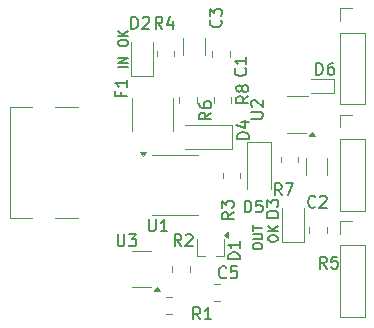
<source format=gbr>
%TF.GenerationSoftware,KiCad,Pcbnew,8.0.2*%
%TF.CreationDate,2024-05-15T22:33:18-04:00*%
%TF.ProjectId,USB-C-3-way-splitter,5553422d-432d-4332-9d77-61792d73706c,rev?*%
%TF.SameCoordinates,Original*%
%TF.FileFunction,Legend,Top*%
%TF.FilePolarity,Positive*%
%FSLAX46Y46*%
G04 Gerber Fmt 4.6, Leading zero omitted, Abs format (unit mm)*
G04 Created by KiCad (PCBNEW 8.0.2) date 2024-05-15 22:33:18*
%MOMM*%
%LPD*%
G01*
G04 APERTURE LIST*
%ADD10C,0.160000*%
%ADD11C,0.200000*%
%ADD12C,0.150000*%
%ADD13C,0.120000*%
G04 APERTURE END LIST*
D10*
X6993775Y8070739D02*
X6193775Y8070739D01*
X6993775Y8451691D02*
X6193775Y8451691D01*
X6193775Y8451691D02*
X6993775Y8908834D01*
X6993775Y8908834D02*
X6193775Y8908834D01*
X6193775Y10051691D02*
X6193775Y10204072D01*
X6193775Y10204072D02*
X6231870Y10280262D01*
X6231870Y10280262D02*
X6308060Y10356453D01*
X6308060Y10356453D02*
X6460441Y10394548D01*
X6460441Y10394548D02*
X6727108Y10394548D01*
X6727108Y10394548D02*
X6879489Y10356453D01*
X6879489Y10356453D02*
X6955680Y10280262D01*
X6955680Y10280262D02*
X6993775Y10204072D01*
X6993775Y10204072D02*
X6993775Y10051691D01*
X6993775Y10051691D02*
X6955680Y9975500D01*
X6955680Y9975500D02*
X6879489Y9899310D01*
X6879489Y9899310D02*
X6727108Y9861214D01*
X6727108Y9861214D02*
X6460441Y9861214D01*
X6460441Y9861214D02*
X6308060Y9899310D01*
X6308060Y9899310D02*
X6231870Y9975500D01*
X6231870Y9975500D02*
X6193775Y10051691D01*
X6993775Y10737405D02*
X6193775Y10737405D01*
X6993775Y11194548D02*
X6536632Y10851690D01*
X6193775Y11194548D02*
X6650918Y10737405D01*
D11*
X17603740Y-7149434D02*
X17603740Y-6997053D01*
X17603740Y-6997053D02*
X17641835Y-6920863D01*
X17641835Y-6920863D02*
X17718025Y-6844672D01*
X17718025Y-6844672D02*
X17870406Y-6806577D01*
X17870406Y-6806577D02*
X18137073Y-6806577D01*
X18137073Y-6806577D02*
X18289454Y-6844672D01*
X18289454Y-6844672D02*
X18365645Y-6920863D01*
X18365645Y-6920863D02*
X18403740Y-6997053D01*
X18403740Y-6997053D02*
X18403740Y-7149434D01*
X18403740Y-7149434D02*
X18365645Y-7225625D01*
X18365645Y-7225625D02*
X18289454Y-7301815D01*
X18289454Y-7301815D02*
X18137073Y-7339911D01*
X18137073Y-7339911D02*
X17870406Y-7339911D01*
X17870406Y-7339911D02*
X17718025Y-7301815D01*
X17718025Y-7301815D02*
X17641835Y-7225625D01*
X17641835Y-7225625D02*
X17603740Y-7149434D01*
X17603740Y-6463720D02*
X18251359Y-6463720D01*
X18251359Y-6463720D02*
X18327549Y-6425625D01*
X18327549Y-6425625D02*
X18365645Y-6387530D01*
X18365645Y-6387530D02*
X18403740Y-6311339D01*
X18403740Y-6311339D02*
X18403740Y-6158958D01*
X18403740Y-6158958D02*
X18365645Y-6082768D01*
X18365645Y-6082768D02*
X18327549Y-6044673D01*
X18327549Y-6044673D02*
X18251359Y-6006577D01*
X18251359Y-6006577D02*
X17603740Y-6006577D01*
X17603740Y-5739911D02*
X17603740Y-5282768D01*
X18403740Y-5511340D02*
X17603740Y-5511340D01*
X18891695Y-6501815D02*
X18891695Y-6349434D01*
X18891695Y-6349434D02*
X18929790Y-6273244D01*
X18929790Y-6273244D02*
X19005980Y-6197053D01*
X19005980Y-6197053D02*
X19158361Y-6158958D01*
X19158361Y-6158958D02*
X19425028Y-6158958D01*
X19425028Y-6158958D02*
X19577409Y-6197053D01*
X19577409Y-6197053D02*
X19653600Y-6273244D01*
X19653600Y-6273244D02*
X19691695Y-6349434D01*
X19691695Y-6349434D02*
X19691695Y-6501815D01*
X19691695Y-6501815D02*
X19653600Y-6578006D01*
X19653600Y-6578006D02*
X19577409Y-6654196D01*
X19577409Y-6654196D02*
X19425028Y-6692292D01*
X19425028Y-6692292D02*
X19158361Y-6692292D01*
X19158361Y-6692292D02*
X19005980Y-6654196D01*
X19005980Y-6654196D02*
X18929790Y-6578006D01*
X18929790Y-6578006D02*
X18891695Y-6501815D01*
X19691695Y-5816101D02*
X18891695Y-5816101D01*
X19691695Y-5358958D02*
X19234552Y-5701816D01*
X18891695Y-5358958D02*
X19348838Y-5816101D01*
D12*
X6431009Y5966666D02*
X6431009Y5633333D01*
X6954819Y5633333D02*
X5954819Y5633333D01*
X5954819Y5633333D02*
X5954819Y6109523D01*
X6954819Y7014285D02*
X6954819Y6442857D01*
X6954819Y6728571D02*
X5954819Y6728571D01*
X5954819Y6728571D02*
X6097676Y6633333D01*
X6097676Y6633333D02*
X6192914Y6538095D01*
X6192914Y6538095D02*
X6240533Y6442857D01*
X16479819Y-8163094D02*
X15479819Y-8163094D01*
X15479819Y-8163094D02*
X15479819Y-7924999D01*
X15479819Y-7924999D02*
X15527438Y-7782142D01*
X15527438Y-7782142D02*
X15622676Y-7686904D01*
X15622676Y-7686904D02*
X15717914Y-7639285D01*
X15717914Y-7639285D02*
X15908390Y-7591666D01*
X15908390Y-7591666D02*
X16051247Y-7591666D01*
X16051247Y-7591666D02*
X16241723Y-7639285D01*
X16241723Y-7639285D02*
X16336961Y-7686904D01*
X16336961Y-7686904D02*
X16432200Y-7782142D01*
X16432200Y-7782142D02*
X16479819Y-7924999D01*
X16479819Y-7924999D02*
X16479819Y-8163094D01*
X16479819Y-6639285D02*
X16479819Y-7210713D01*
X16479819Y-6924999D02*
X15479819Y-6924999D01*
X15479819Y-6924999D02*
X15622676Y-7020237D01*
X15622676Y-7020237D02*
X15717914Y-7115475D01*
X15717914Y-7115475D02*
X15765533Y-7210713D01*
X13133333Y-13254819D02*
X12800000Y-12778628D01*
X12561905Y-13254819D02*
X12561905Y-12254819D01*
X12561905Y-12254819D02*
X12942857Y-12254819D01*
X12942857Y-12254819D02*
X13038095Y-12302438D01*
X13038095Y-12302438D02*
X13085714Y-12350057D01*
X13085714Y-12350057D02*
X13133333Y-12445295D01*
X13133333Y-12445295D02*
X13133333Y-12588152D01*
X13133333Y-12588152D02*
X13085714Y-12683390D01*
X13085714Y-12683390D02*
X13038095Y-12731009D01*
X13038095Y-12731009D02*
X12942857Y-12778628D01*
X12942857Y-12778628D02*
X12561905Y-12778628D01*
X14085714Y-13254819D02*
X13514286Y-13254819D01*
X13800000Y-13254819D02*
X13800000Y-12254819D01*
X13800000Y-12254819D02*
X13704762Y-12397676D01*
X13704762Y-12397676D02*
X13609524Y-12492914D01*
X13609524Y-12492914D02*
X13514286Y-12540533D01*
X8788095Y-4804819D02*
X8788095Y-5614342D01*
X8788095Y-5614342D02*
X8835714Y-5709580D01*
X8835714Y-5709580D02*
X8883333Y-5757200D01*
X8883333Y-5757200D02*
X8978571Y-5804819D01*
X8978571Y-5804819D02*
X9169047Y-5804819D01*
X9169047Y-5804819D02*
X9264285Y-5757200D01*
X9264285Y-5757200D02*
X9311904Y-5709580D01*
X9311904Y-5709580D02*
X9359523Y-5614342D01*
X9359523Y-5614342D02*
X9359523Y-4804819D01*
X10359523Y-5804819D02*
X9788095Y-5804819D01*
X10073809Y-5804819D02*
X10073809Y-4804819D01*
X10073809Y-4804819D02*
X9978571Y-4947676D01*
X9978571Y-4947676D02*
X9883333Y-5042914D01*
X9883333Y-5042914D02*
X9788095Y-5090533D01*
X15954819Y-4166666D02*
X15478628Y-4499999D01*
X15954819Y-4738094D02*
X14954819Y-4738094D01*
X14954819Y-4738094D02*
X14954819Y-4357142D01*
X14954819Y-4357142D02*
X15002438Y-4261904D01*
X15002438Y-4261904D02*
X15050057Y-4214285D01*
X15050057Y-4214285D02*
X15145295Y-4166666D01*
X15145295Y-4166666D02*
X15288152Y-4166666D01*
X15288152Y-4166666D02*
X15383390Y-4214285D01*
X15383390Y-4214285D02*
X15431009Y-4261904D01*
X15431009Y-4261904D02*
X15478628Y-4357142D01*
X15478628Y-4357142D02*
X15478628Y-4738094D01*
X14954819Y-3833332D02*
X14954819Y-3214285D01*
X14954819Y-3214285D02*
X15335771Y-3547618D01*
X15335771Y-3547618D02*
X15335771Y-3404761D01*
X15335771Y-3404761D02*
X15383390Y-3309523D01*
X15383390Y-3309523D02*
X15431009Y-3261904D01*
X15431009Y-3261904D02*
X15526247Y-3214285D01*
X15526247Y-3214285D02*
X15764342Y-3214285D01*
X15764342Y-3214285D02*
X15859580Y-3261904D01*
X15859580Y-3261904D02*
X15907200Y-3309523D01*
X15907200Y-3309523D02*
X15954819Y-3404761D01*
X15954819Y-3404761D02*
X15954819Y-3690475D01*
X15954819Y-3690475D02*
X15907200Y-3785713D01*
X15907200Y-3785713D02*
X15859580Y-3833332D01*
X20033333Y-2754819D02*
X19700000Y-2278628D01*
X19461905Y-2754819D02*
X19461905Y-1754819D01*
X19461905Y-1754819D02*
X19842857Y-1754819D01*
X19842857Y-1754819D02*
X19938095Y-1802438D01*
X19938095Y-1802438D02*
X19985714Y-1850057D01*
X19985714Y-1850057D02*
X20033333Y-1945295D01*
X20033333Y-1945295D02*
X20033333Y-2088152D01*
X20033333Y-2088152D02*
X19985714Y-2183390D01*
X19985714Y-2183390D02*
X19938095Y-2231009D01*
X19938095Y-2231009D02*
X19842857Y-2278628D01*
X19842857Y-2278628D02*
X19461905Y-2278628D01*
X20366667Y-1754819D02*
X21033333Y-1754819D01*
X21033333Y-1754819D02*
X20604762Y-2754819D01*
X14859580Y12083333D02*
X14907200Y12035714D01*
X14907200Y12035714D02*
X14954819Y11892857D01*
X14954819Y11892857D02*
X14954819Y11797619D01*
X14954819Y11797619D02*
X14907200Y11654762D01*
X14907200Y11654762D02*
X14811961Y11559524D01*
X14811961Y11559524D02*
X14716723Y11511905D01*
X14716723Y11511905D02*
X14526247Y11464286D01*
X14526247Y11464286D02*
X14383390Y11464286D01*
X14383390Y11464286D02*
X14192914Y11511905D01*
X14192914Y11511905D02*
X14097676Y11559524D01*
X14097676Y11559524D02*
X14002438Y11654762D01*
X14002438Y11654762D02*
X13954819Y11797619D01*
X13954819Y11797619D02*
X13954819Y11892857D01*
X13954819Y11892857D02*
X14002438Y12035714D01*
X14002438Y12035714D02*
X14050057Y12083333D01*
X13954819Y12416667D02*
X13954819Y13035714D01*
X13954819Y13035714D02*
X14335771Y12702381D01*
X14335771Y12702381D02*
X14335771Y12845238D01*
X14335771Y12845238D02*
X14383390Y12940476D01*
X14383390Y12940476D02*
X14431009Y12988095D01*
X14431009Y12988095D02*
X14526247Y13035714D01*
X14526247Y13035714D02*
X14764342Y13035714D01*
X14764342Y13035714D02*
X14859580Y12988095D01*
X14859580Y12988095D02*
X14907200Y12940476D01*
X14907200Y12940476D02*
X14954819Y12845238D01*
X14954819Y12845238D02*
X14954819Y12559524D01*
X14954819Y12559524D02*
X14907200Y12464286D01*
X14907200Y12464286D02*
X14859580Y12416667D01*
X17254819Y2011905D02*
X16254819Y2011905D01*
X16254819Y2011905D02*
X16254819Y2250000D01*
X16254819Y2250000D02*
X16302438Y2392857D01*
X16302438Y2392857D02*
X16397676Y2488095D01*
X16397676Y2488095D02*
X16492914Y2535714D01*
X16492914Y2535714D02*
X16683390Y2583333D01*
X16683390Y2583333D02*
X16826247Y2583333D01*
X16826247Y2583333D02*
X17016723Y2535714D01*
X17016723Y2535714D02*
X17111961Y2488095D01*
X17111961Y2488095D02*
X17207200Y2392857D01*
X17207200Y2392857D02*
X17254819Y2250000D01*
X17254819Y2250000D02*
X17254819Y2011905D01*
X16588152Y3440476D02*
X17254819Y3440476D01*
X16207200Y3202381D02*
X16921485Y2964286D01*
X16921485Y2964286D02*
X16921485Y3583333D01*
X7311905Y11345180D02*
X7311905Y12345180D01*
X7311905Y12345180D02*
X7550000Y12345180D01*
X7550000Y12345180D02*
X7692857Y12297561D01*
X7692857Y12297561D02*
X7788095Y12202323D01*
X7788095Y12202323D02*
X7835714Y12107085D01*
X7835714Y12107085D02*
X7883333Y11916609D01*
X7883333Y11916609D02*
X7883333Y11773752D01*
X7883333Y11773752D02*
X7835714Y11583276D01*
X7835714Y11583276D02*
X7788095Y11488038D01*
X7788095Y11488038D02*
X7692857Y11392800D01*
X7692857Y11392800D02*
X7550000Y11345180D01*
X7550000Y11345180D02*
X7311905Y11345180D01*
X8264286Y12249942D02*
X8311905Y12297561D01*
X8311905Y12297561D02*
X8407143Y12345180D01*
X8407143Y12345180D02*
X8645238Y12345180D01*
X8645238Y12345180D02*
X8740476Y12297561D01*
X8740476Y12297561D02*
X8788095Y12249942D01*
X8788095Y12249942D02*
X8835714Y12154704D01*
X8835714Y12154704D02*
X8835714Y12059466D01*
X8835714Y12059466D02*
X8788095Y11916609D01*
X8788095Y11916609D02*
X8216667Y11345180D01*
X8216667Y11345180D02*
X8835714Y11345180D01*
X15333333Y-9679580D02*
X15285714Y-9727200D01*
X15285714Y-9727200D02*
X15142857Y-9774819D01*
X15142857Y-9774819D02*
X15047619Y-9774819D01*
X15047619Y-9774819D02*
X14904762Y-9727200D01*
X14904762Y-9727200D02*
X14809524Y-9631961D01*
X14809524Y-9631961D02*
X14761905Y-9536723D01*
X14761905Y-9536723D02*
X14714286Y-9346247D01*
X14714286Y-9346247D02*
X14714286Y-9203390D01*
X14714286Y-9203390D02*
X14761905Y-9012914D01*
X14761905Y-9012914D02*
X14809524Y-8917676D01*
X14809524Y-8917676D02*
X14904762Y-8822438D01*
X14904762Y-8822438D02*
X15047619Y-8774819D01*
X15047619Y-8774819D02*
X15142857Y-8774819D01*
X15142857Y-8774819D02*
X15285714Y-8822438D01*
X15285714Y-8822438D02*
X15333333Y-8870057D01*
X16238095Y-8774819D02*
X15761905Y-8774819D01*
X15761905Y-8774819D02*
X15714286Y-9251009D01*
X15714286Y-9251009D02*
X15761905Y-9203390D01*
X15761905Y-9203390D02*
X15857143Y-9155771D01*
X15857143Y-9155771D02*
X16095238Y-9155771D01*
X16095238Y-9155771D02*
X16190476Y-9203390D01*
X16190476Y-9203390D02*
X16238095Y-9251009D01*
X16238095Y-9251009D02*
X16285714Y-9346247D01*
X16285714Y-9346247D02*
X16285714Y-9584342D01*
X16285714Y-9584342D02*
X16238095Y-9679580D01*
X16238095Y-9679580D02*
X16190476Y-9727200D01*
X16190476Y-9727200D02*
X16095238Y-9774819D01*
X16095238Y-9774819D02*
X15857143Y-9774819D01*
X15857143Y-9774819D02*
X15761905Y-9727200D01*
X15761905Y-9727200D02*
X15714286Y-9679580D01*
X19754819Y-4638094D02*
X18754819Y-4638094D01*
X18754819Y-4638094D02*
X18754819Y-4399999D01*
X18754819Y-4399999D02*
X18802438Y-4257142D01*
X18802438Y-4257142D02*
X18897676Y-4161904D01*
X18897676Y-4161904D02*
X18992914Y-4114285D01*
X18992914Y-4114285D02*
X19183390Y-4066666D01*
X19183390Y-4066666D02*
X19326247Y-4066666D01*
X19326247Y-4066666D02*
X19516723Y-4114285D01*
X19516723Y-4114285D02*
X19611961Y-4161904D01*
X19611961Y-4161904D02*
X19707200Y-4257142D01*
X19707200Y-4257142D02*
X19754819Y-4399999D01*
X19754819Y-4399999D02*
X19754819Y-4638094D01*
X18754819Y-3733332D02*
X18754819Y-3114285D01*
X18754819Y-3114285D02*
X19135771Y-3447618D01*
X19135771Y-3447618D02*
X19135771Y-3304761D01*
X19135771Y-3304761D02*
X19183390Y-3209523D01*
X19183390Y-3209523D02*
X19231009Y-3161904D01*
X19231009Y-3161904D02*
X19326247Y-3114285D01*
X19326247Y-3114285D02*
X19564342Y-3114285D01*
X19564342Y-3114285D02*
X19659580Y-3161904D01*
X19659580Y-3161904D02*
X19707200Y-3209523D01*
X19707200Y-3209523D02*
X19754819Y-3304761D01*
X19754819Y-3304761D02*
X19754819Y-3590475D01*
X19754819Y-3590475D02*
X19707200Y-3685713D01*
X19707200Y-3685713D02*
X19659580Y-3733332D01*
X17454819Y3738095D02*
X18264342Y3738095D01*
X18264342Y3738095D02*
X18359580Y3785714D01*
X18359580Y3785714D02*
X18407200Y3833333D01*
X18407200Y3833333D02*
X18454819Y3928571D01*
X18454819Y3928571D02*
X18454819Y4119047D01*
X18454819Y4119047D02*
X18407200Y4214285D01*
X18407200Y4214285D02*
X18359580Y4261904D01*
X18359580Y4261904D02*
X18264342Y4309523D01*
X18264342Y4309523D02*
X17454819Y4309523D01*
X17550057Y4738095D02*
X17502438Y4785714D01*
X17502438Y4785714D02*
X17454819Y4880952D01*
X17454819Y4880952D02*
X17454819Y5119047D01*
X17454819Y5119047D02*
X17502438Y5214285D01*
X17502438Y5214285D02*
X17550057Y5261904D01*
X17550057Y5261904D02*
X17645295Y5309523D01*
X17645295Y5309523D02*
X17740533Y5309523D01*
X17740533Y5309523D02*
X17883390Y5261904D01*
X17883390Y5261904D02*
X18454819Y4690476D01*
X18454819Y4690476D02*
X18454819Y5309523D01*
X14054819Y4233333D02*
X13578628Y3900000D01*
X14054819Y3661905D02*
X13054819Y3661905D01*
X13054819Y3661905D02*
X13054819Y4042857D01*
X13054819Y4042857D02*
X13102438Y4138095D01*
X13102438Y4138095D02*
X13150057Y4185714D01*
X13150057Y4185714D02*
X13245295Y4233333D01*
X13245295Y4233333D02*
X13388152Y4233333D01*
X13388152Y4233333D02*
X13483390Y4185714D01*
X13483390Y4185714D02*
X13531009Y4138095D01*
X13531009Y4138095D02*
X13578628Y4042857D01*
X13578628Y4042857D02*
X13578628Y3661905D01*
X13054819Y5090476D02*
X13054819Y4900000D01*
X13054819Y4900000D02*
X13102438Y4804762D01*
X13102438Y4804762D02*
X13150057Y4757143D01*
X13150057Y4757143D02*
X13292914Y4661905D01*
X13292914Y4661905D02*
X13483390Y4614286D01*
X13483390Y4614286D02*
X13864342Y4614286D01*
X13864342Y4614286D02*
X13959580Y4661905D01*
X13959580Y4661905D02*
X14007200Y4709524D01*
X14007200Y4709524D02*
X14054819Y4804762D01*
X14054819Y4804762D02*
X14054819Y4995238D01*
X14054819Y4995238D02*
X14007200Y5090476D01*
X14007200Y5090476D02*
X13959580Y5138095D01*
X13959580Y5138095D02*
X13864342Y5185714D01*
X13864342Y5185714D02*
X13626247Y5185714D01*
X13626247Y5185714D02*
X13531009Y5138095D01*
X13531009Y5138095D02*
X13483390Y5090476D01*
X13483390Y5090476D02*
X13435771Y4995238D01*
X13435771Y4995238D02*
X13435771Y4804762D01*
X13435771Y4804762D02*
X13483390Y4709524D01*
X13483390Y4709524D02*
X13531009Y4661905D01*
X13531009Y4661905D02*
X13626247Y4614286D01*
X23833333Y-8954819D02*
X23500000Y-8478628D01*
X23261905Y-8954819D02*
X23261905Y-7954819D01*
X23261905Y-7954819D02*
X23642857Y-7954819D01*
X23642857Y-7954819D02*
X23738095Y-8002438D01*
X23738095Y-8002438D02*
X23785714Y-8050057D01*
X23785714Y-8050057D02*
X23833333Y-8145295D01*
X23833333Y-8145295D02*
X23833333Y-8288152D01*
X23833333Y-8288152D02*
X23785714Y-8383390D01*
X23785714Y-8383390D02*
X23738095Y-8431009D01*
X23738095Y-8431009D02*
X23642857Y-8478628D01*
X23642857Y-8478628D02*
X23261905Y-8478628D01*
X24738095Y-7954819D02*
X24261905Y-7954819D01*
X24261905Y-7954819D02*
X24214286Y-8431009D01*
X24214286Y-8431009D02*
X24261905Y-8383390D01*
X24261905Y-8383390D02*
X24357143Y-8335771D01*
X24357143Y-8335771D02*
X24595238Y-8335771D01*
X24595238Y-8335771D02*
X24690476Y-8383390D01*
X24690476Y-8383390D02*
X24738095Y-8431009D01*
X24738095Y-8431009D02*
X24785714Y-8526247D01*
X24785714Y-8526247D02*
X24785714Y-8764342D01*
X24785714Y-8764342D02*
X24738095Y-8859580D01*
X24738095Y-8859580D02*
X24690476Y-8907200D01*
X24690476Y-8907200D02*
X24595238Y-8954819D01*
X24595238Y-8954819D02*
X24357143Y-8954819D01*
X24357143Y-8954819D02*
X24261905Y-8907200D01*
X24261905Y-8907200D02*
X24214286Y-8859580D01*
X16959580Y7983333D02*
X17007200Y7935714D01*
X17007200Y7935714D02*
X17054819Y7792857D01*
X17054819Y7792857D02*
X17054819Y7697619D01*
X17054819Y7697619D02*
X17007200Y7554762D01*
X17007200Y7554762D02*
X16911961Y7459524D01*
X16911961Y7459524D02*
X16816723Y7411905D01*
X16816723Y7411905D02*
X16626247Y7364286D01*
X16626247Y7364286D02*
X16483390Y7364286D01*
X16483390Y7364286D02*
X16292914Y7411905D01*
X16292914Y7411905D02*
X16197676Y7459524D01*
X16197676Y7459524D02*
X16102438Y7554762D01*
X16102438Y7554762D02*
X16054819Y7697619D01*
X16054819Y7697619D02*
X16054819Y7792857D01*
X16054819Y7792857D02*
X16102438Y7935714D01*
X16102438Y7935714D02*
X16150057Y7983333D01*
X17054819Y8935714D02*
X17054819Y8364286D01*
X17054819Y8650000D02*
X16054819Y8650000D01*
X16054819Y8650000D02*
X16197676Y8554762D01*
X16197676Y8554762D02*
X16292914Y8459524D01*
X16292914Y8459524D02*
X16340533Y8364286D01*
X9933333Y11345180D02*
X9600000Y11821371D01*
X9361905Y11345180D02*
X9361905Y12345180D01*
X9361905Y12345180D02*
X9742857Y12345180D01*
X9742857Y12345180D02*
X9838095Y12297561D01*
X9838095Y12297561D02*
X9885714Y12249942D01*
X9885714Y12249942D02*
X9933333Y12154704D01*
X9933333Y12154704D02*
X9933333Y12011847D01*
X9933333Y12011847D02*
X9885714Y11916609D01*
X9885714Y11916609D02*
X9838095Y11868990D01*
X9838095Y11868990D02*
X9742857Y11821371D01*
X9742857Y11821371D02*
X9361905Y11821371D01*
X10790476Y12011847D02*
X10790476Y11345180D01*
X10552381Y12392800D02*
X10314286Y11678514D01*
X10314286Y11678514D02*
X10933333Y11678514D01*
X17204819Y5633333D02*
X16728628Y5300000D01*
X17204819Y5061905D02*
X16204819Y5061905D01*
X16204819Y5061905D02*
X16204819Y5442857D01*
X16204819Y5442857D02*
X16252438Y5538095D01*
X16252438Y5538095D02*
X16300057Y5585714D01*
X16300057Y5585714D02*
X16395295Y5633333D01*
X16395295Y5633333D02*
X16538152Y5633333D01*
X16538152Y5633333D02*
X16633390Y5585714D01*
X16633390Y5585714D02*
X16681009Y5538095D01*
X16681009Y5538095D02*
X16728628Y5442857D01*
X16728628Y5442857D02*
X16728628Y5061905D01*
X16633390Y6204762D02*
X16585771Y6109524D01*
X16585771Y6109524D02*
X16538152Y6061905D01*
X16538152Y6061905D02*
X16442914Y6014286D01*
X16442914Y6014286D02*
X16395295Y6014286D01*
X16395295Y6014286D02*
X16300057Y6061905D01*
X16300057Y6061905D02*
X16252438Y6109524D01*
X16252438Y6109524D02*
X16204819Y6204762D01*
X16204819Y6204762D02*
X16204819Y6395238D01*
X16204819Y6395238D02*
X16252438Y6490476D01*
X16252438Y6490476D02*
X16300057Y6538095D01*
X16300057Y6538095D02*
X16395295Y6585714D01*
X16395295Y6585714D02*
X16442914Y6585714D01*
X16442914Y6585714D02*
X16538152Y6538095D01*
X16538152Y6538095D02*
X16585771Y6490476D01*
X16585771Y6490476D02*
X16633390Y6395238D01*
X16633390Y6395238D02*
X16633390Y6204762D01*
X16633390Y6204762D02*
X16681009Y6109524D01*
X16681009Y6109524D02*
X16728628Y6061905D01*
X16728628Y6061905D02*
X16823866Y6014286D01*
X16823866Y6014286D02*
X17014342Y6014286D01*
X17014342Y6014286D02*
X17109580Y6061905D01*
X17109580Y6061905D02*
X17157200Y6109524D01*
X17157200Y6109524D02*
X17204819Y6204762D01*
X17204819Y6204762D02*
X17204819Y6395238D01*
X17204819Y6395238D02*
X17157200Y6490476D01*
X17157200Y6490476D02*
X17109580Y6538095D01*
X17109580Y6538095D02*
X17014342Y6585714D01*
X17014342Y6585714D02*
X16823866Y6585714D01*
X16823866Y6585714D02*
X16728628Y6538095D01*
X16728628Y6538095D02*
X16681009Y6490476D01*
X16681009Y6490476D02*
X16633390Y6395238D01*
X11533333Y-7054819D02*
X11200000Y-6578628D01*
X10961905Y-7054819D02*
X10961905Y-6054819D01*
X10961905Y-6054819D02*
X11342857Y-6054819D01*
X11342857Y-6054819D02*
X11438095Y-6102438D01*
X11438095Y-6102438D02*
X11485714Y-6150057D01*
X11485714Y-6150057D02*
X11533333Y-6245295D01*
X11533333Y-6245295D02*
X11533333Y-6388152D01*
X11533333Y-6388152D02*
X11485714Y-6483390D01*
X11485714Y-6483390D02*
X11438095Y-6531009D01*
X11438095Y-6531009D02*
X11342857Y-6578628D01*
X11342857Y-6578628D02*
X10961905Y-6578628D01*
X11914286Y-6150057D02*
X11961905Y-6102438D01*
X11961905Y-6102438D02*
X12057143Y-6054819D01*
X12057143Y-6054819D02*
X12295238Y-6054819D01*
X12295238Y-6054819D02*
X12390476Y-6102438D01*
X12390476Y-6102438D02*
X12438095Y-6150057D01*
X12438095Y-6150057D02*
X12485714Y-6245295D01*
X12485714Y-6245295D02*
X12485714Y-6340533D01*
X12485714Y-6340533D02*
X12438095Y-6483390D01*
X12438095Y-6483390D02*
X11866667Y-7054819D01*
X11866667Y-7054819D02*
X12485714Y-7054819D01*
X22961905Y7445180D02*
X22961905Y8445180D01*
X22961905Y8445180D02*
X23200000Y8445180D01*
X23200000Y8445180D02*
X23342857Y8397561D01*
X23342857Y8397561D02*
X23438095Y8302323D01*
X23438095Y8302323D02*
X23485714Y8207085D01*
X23485714Y8207085D02*
X23533333Y8016609D01*
X23533333Y8016609D02*
X23533333Y7873752D01*
X23533333Y7873752D02*
X23485714Y7683276D01*
X23485714Y7683276D02*
X23438095Y7588038D01*
X23438095Y7588038D02*
X23342857Y7492800D01*
X23342857Y7492800D02*
X23200000Y7445180D01*
X23200000Y7445180D02*
X22961905Y7445180D01*
X24390476Y8445180D02*
X24200000Y8445180D01*
X24200000Y8445180D02*
X24104762Y8397561D01*
X24104762Y8397561D02*
X24057143Y8349942D01*
X24057143Y8349942D02*
X23961905Y8207085D01*
X23961905Y8207085D02*
X23914286Y8016609D01*
X23914286Y8016609D02*
X23914286Y7635657D01*
X23914286Y7635657D02*
X23961905Y7540419D01*
X23961905Y7540419D02*
X24009524Y7492800D01*
X24009524Y7492800D02*
X24104762Y7445180D01*
X24104762Y7445180D02*
X24295238Y7445180D01*
X24295238Y7445180D02*
X24390476Y7492800D01*
X24390476Y7492800D02*
X24438095Y7540419D01*
X24438095Y7540419D02*
X24485714Y7635657D01*
X24485714Y7635657D02*
X24485714Y7873752D01*
X24485714Y7873752D02*
X24438095Y7968990D01*
X24438095Y7968990D02*
X24390476Y8016609D01*
X24390476Y8016609D02*
X24295238Y8064228D01*
X24295238Y8064228D02*
X24104762Y8064228D01*
X24104762Y8064228D02*
X24009524Y8016609D01*
X24009524Y8016609D02*
X23961905Y7968990D01*
X23961905Y7968990D02*
X23914286Y7873752D01*
X6138095Y-6054819D02*
X6138095Y-6864342D01*
X6138095Y-6864342D02*
X6185714Y-6959580D01*
X6185714Y-6959580D02*
X6233333Y-7007200D01*
X6233333Y-7007200D02*
X6328571Y-7054819D01*
X6328571Y-7054819D02*
X6519047Y-7054819D01*
X6519047Y-7054819D02*
X6614285Y-7007200D01*
X6614285Y-7007200D02*
X6661904Y-6959580D01*
X6661904Y-6959580D02*
X6709523Y-6864342D01*
X6709523Y-6864342D02*
X6709523Y-6054819D01*
X7090476Y-6054819D02*
X7709523Y-6054819D01*
X7709523Y-6054819D02*
X7376190Y-6435771D01*
X7376190Y-6435771D02*
X7519047Y-6435771D01*
X7519047Y-6435771D02*
X7614285Y-6483390D01*
X7614285Y-6483390D02*
X7661904Y-6531009D01*
X7661904Y-6531009D02*
X7709523Y-6626247D01*
X7709523Y-6626247D02*
X7709523Y-6864342D01*
X7709523Y-6864342D02*
X7661904Y-6959580D01*
X7661904Y-6959580D02*
X7614285Y-7007200D01*
X7614285Y-7007200D02*
X7519047Y-7054819D01*
X7519047Y-7054819D02*
X7233333Y-7054819D01*
X7233333Y-7054819D02*
X7138095Y-7007200D01*
X7138095Y-7007200D02*
X7090476Y-6959580D01*
X16886905Y-4204819D02*
X16886905Y-3204819D01*
X16886905Y-3204819D02*
X17125000Y-3204819D01*
X17125000Y-3204819D02*
X17267857Y-3252438D01*
X17267857Y-3252438D02*
X17363095Y-3347676D01*
X17363095Y-3347676D02*
X17410714Y-3442914D01*
X17410714Y-3442914D02*
X17458333Y-3633390D01*
X17458333Y-3633390D02*
X17458333Y-3776247D01*
X17458333Y-3776247D02*
X17410714Y-3966723D01*
X17410714Y-3966723D02*
X17363095Y-4061961D01*
X17363095Y-4061961D02*
X17267857Y-4157200D01*
X17267857Y-4157200D02*
X17125000Y-4204819D01*
X17125000Y-4204819D02*
X16886905Y-4204819D01*
X18363095Y-3204819D02*
X17886905Y-3204819D01*
X17886905Y-3204819D02*
X17839286Y-3681009D01*
X17839286Y-3681009D02*
X17886905Y-3633390D01*
X17886905Y-3633390D02*
X17982143Y-3585771D01*
X17982143Y-3585771D02*
X18220238Y-3585771D01*
X18220238Y-3585771D02*
X18315476Y-3633390D01*
X18315476Y-3633390D02*
X18363095Y-3681009D01*
X18363095Y-3681009D02*
X18410714Y-3776247D01*
X18410714Y-3776247D02*
X18410714Y-4014342D01*
X18410714Y-4014342D02*
X18363095Y-4109580D01*
X18363095Y-4109580D02*
X18315476Y-4157200D01*
X18315476Y-4157200D02*
X18220238Y-4204819D01*
X18220238Y-4204819D02*
X17982143Y-4204819D01*
X17982143Y-4204819D02*
X17886905Y-4157200D01*
X17886905Y-4157200D02*
X17839286Y-4109580D01*
X22883333Y-3709580D02*
X22835714Y-3757200D01*
X22835714Y-3757200D02*
X22692857Y-3804819D01*
X22692857Y-3804819D02*
X22597619Y-3804819D01*
X22597619Y-3804819D02*
X22454762Y-3757200D01*
X22454762Y-3757200D02*
X22359524Y-3661961D01*
X22359524Y-3661961D02*
X22311905Y-3566723D01*
X22311905Y-3566723D02*
X22264286Y-3376247D01*
X22264286Y-3376247D02*
X22264286Y-3233390D01*
X22264286Y-3233390D02*
X22311905Y-3042914D01*
X22311905Y-3042914D02*
X22359524Y-2947676D01*
X22359524Y-2947676D02*
X22454762Y-2852438D01*
X22454762Y-2852438D02*
X22597619Y-2804819D01*
X22597619Y-2804819D02*
X22692857Y-2804819D01*
X22692857Y-2804819D02*
X22835714Y-2852438D01*
X22835714Y-2852438D02*
X22883333Y-2900057D01*
X23264286Y-2900057D02*
X23311905Y-2852438D01*
X23311905Y-2852438D02*
X23407143Y-2804819D01*
X23407143Y-2804819D02*
X23645238Y-2804819D01*
X23645238Y-2804819D02*
X23740476Y-2852438D01*
X23740476Y-2852438D02*
X23788095Y-2900057D01*
X23788095Y-2900057D02*
X23835714Y-2995295D01*
X23835714Y-2995295D02*
X23835714Y-3090533D01*
X23835714Y-3090533D02*
X23788095Y-3233390D01*
X23788095Y-3233390D02*
X23216667Y-3804819D01*
X23216667Y-3804819D02*
X23835714Y-3804819D01*
D13*
%TO.C,F1*%
X7390000Y2688748D02*
X7390000Y5461252D01*
X10810000Y2688748D02*
X10810000Y5461252D01*
%TO.C,D1*%
X12840000Y-6495000D02*
X12840000Y-7905000D01*
X13500000Y-7905000D02*
X12840000Y-7905000D01*
X15170000Y-6495000D02*
X15170000Y-7905000D01*
X15170000Y-7905000D02*
X14500000Y-7905000D01*
X15480000Y-6365000D02*
X15150000Y-6125000D01*
X15480000Y-5885000D01*
X15480000Y-6365000D01*
G36*
X15480000Y-6365000D02*
G01*
X15150000Y-6125000D01*
X15480000Y-5885000D01*
X15480000Y-6365000D01*
G37*
%TO.C,R1*%
X10272936Y-11365000D02*
X10727064Y-11365000D01*
X10272936Y-12835000D02*
X10727064Y-12835000D01*
%TO.C,J3*%
X24940000Y4060000D02*
X26000000Y4060000D01*
X24940000Y3000000D02*
X24940000Y4060000D01*
X24940000Y2000000D02*
X24940000Y-4060000D01*
X24940000Y2000000D02*
X27060000Y2000000D01*
X24940000Y-4060000D02*
X27060000Y-4060000D01*
X27060000Y2000000D02*
X27060000Y-4060000D01*
%TO.C,U1*%
X11000000Y660000D02*
X9050000Y660000D01*
X11000000Y660000D02*
X12950000Y660000D01*
X11000000Y-4460000D02*
X9050000Y-4460000D01*
X11000000Y-4460000D02*
X12950000Y-4460000D01*
X8300000Y565000D02*
X8060000Y895000D01*
X8540000Y895000D01*
X8300000Y565000D01*
G36*
X8300000Y565000D02*
G01*
X8060000Y895000D01*
X8540000Y895000D01*
X8300000Y565000D01*
G37*
%TO.C,R3*%
X15065000Y-872936D02*
X15065000Y-1327064D01*
X16535000Y-872936D02*
X16535000Y-1327064D01*
%TO.C,R7*%
X19965000Y527064D02*
X19965000Y72936D01*
X21435000Y527064D02*
X21435000Y72936D01*
%TO.C,C3*%
X11690000Y9126248D02*
X11690000Y10548752D01*
X13510000Y9126248D02*
X13510000Y10548752D01*
%TO.C,D4*%
X15860000Y3200000D02*
X11850000Y3200000D01*
X15860000Y1200000D02*
X11850000Y1200000D01*
X15860000Y1200000D02*
X15860000Y3200000D01*
%TO.C,D2*%
X7240000Y10225000D02*
X7240000Y7365000D01*
X7240000Y7365000D02*
X9160000Y7365000D01*
X9160000Y7365000D02*
X9160000Y10225000D01*
%TO.C,C5*%
X14276248Y-10265000D02*
X14798752Y-10265000D01*
X14276248Y-11735000D02*
X14798752Y-11735000D01*
%TO.C,D3*%
X20040000Y-3850000D02*
X20040000Y-6710000D01*
X20040000Y-6710000D02*
X21960000Y-6710000D01*
X21960000Y-6710000D02*
X21960000Y-3850000D01*
%TO.C,J2*%
X24940000Y13060000D02*
X26000000Y13060000D01*
X24940000Y12000000D02*
X24940000Y13060000D01*
X24940000Y11000000D02*
X24940000Y4940000D01*
X24940000Y11000000D02*
X27060000Y11000000D01*
X24940000Y4940000D02*
X27060000Y4940000D01*
X27060000Y11000000D02*
X27060000Y4940000D01*
%TO.C,U2*%
X21310000Y2540000D02*
X20510000Y2540000D01*
X21310000Y2540000D02*
X22110000Y2540000D01*
X22270000Y5610000D02*
X20510000Y5610000D01*
X22850000Y2260000D02*
X22370000Y2260000D01*
X22610000Y2590000D01*
X22850000Y2260000D01*
G36*
X22850000Y2260000D02*
G01*
X22370000Y2260000D01*
X22610000Y2590000D01*
X22850000Y2260000D01*
G37*
%TO.C,R6*%
X11365000Y5527064D02*
X11365000Y5072936D01*
X12835000Y5527064D02*
X12835000Y5072936D01*
%TO.C,R5*%
X22365000Y-5927064D02*
X22365000Y-5472936D01*
X23835000Y-5927064D02*
X23835000Y-5472936D01*
%TO.C,C1*%
X14165000Y8938748D02*
X14165000Y9461252D01*
X15635000Y8938748D02*
X15635000Y9461252D01*
%TO.C,R4*%
X9465000Y8997936D02*
X9465000Y9452064D01*
X10935000Y8997936D02*
X10935000Y9452064D01*
%TO.C,R8*%
X14265000Y5527064D02*
X14265000Y5072936D01*
X15735000Y5527064D02*
X15735000Y5072936D01*
%TO.C,R2*%
X10765000Y-8772936D02*
X10765000Y-9227064D01*
X12235000Y-8772936D02*
X12235000Y-9227064D01*
%TO.C,D6*%
X22500000Y7100000D02*
X24460000Y7100000D01*
X22500000Y5900000D02*
X24460000Y5900000D01*
X24460000Y5900000D02*
X24460000Y7100000D01*
%TO.C,U3*%
X8200000Y-7440000D02*
X7400000Y-7440000D01*
X8200000Y-7440000D02*
X9000000Y-7440000D01*
X8200000Y-10560000D02*
X7400000Y-10560000D01*
X8200000Y-10560000D02*
X9000000Y-10560000D01*
X9740000Y-10840000D02*
X9260000Y-10840000D01*
X9500000Y-10510000D01*
X9740000Y-10840000D01*
G36*
X9740000Y-10840000D02*
G01*
X9260000Y-10840000D01*
X9500000Y-10510000D01*
X9740000Y-10840000D01*
G37*
%TO.C,J1*%
X-3000000Y4700000D02*
X-3000000Y-4700000D01*
X-1100000Y4700000D02*
X-3000000Y4700000D01*
X-1100000Y-4700000D02*
X-3000000Y-4700000D01*
X2800000Y4700000D02*
X800000Y4700000D01*
X2800000Y-4700000D02*
X800000Y-4700000D01*
%TO.C,J4*%
X24940000Y-4940000D02*
X26000000Y-4940000D01*
X24940000Y-6000000D02*
X24940000Y-4940000D01*
X24940000Y-7000000D02*
X24940000Y-13060000D01*
X24940000Y-7000000D02*
X27060000Y-7000000D01*
X24940000Y-13060000D02*
X27060000Y-13060000D01*
X27060000Y-7000000D02*
X27060000Y-13060000D01*
%TO.C,D5*%
X17100000Y1760000D02*
X17100000Y-2250000D01*
X19100000Y1760000D02*
X17100000Y1760000D01*
X19100000Y1760000D02*
X19100000Y-2250000D01*
%TO.C,C2*%
X22090000Y361252D02*
X22090000Y-1061252D01*
X23910000Y361252D02*
X23910000Y-1061252D01*
%TD*%
M02*

</source>
